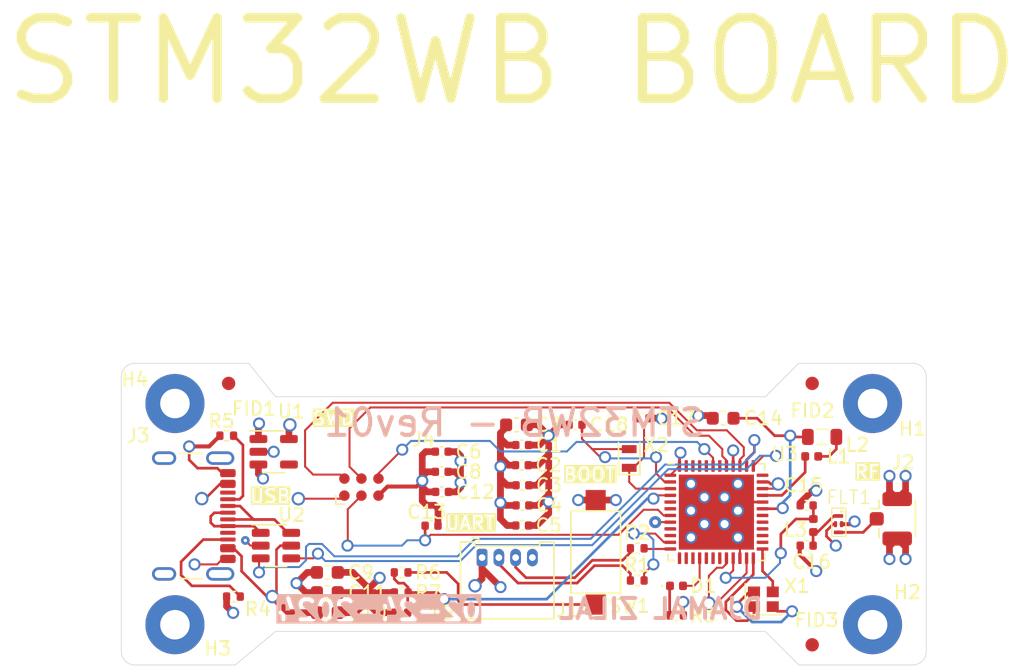
<source format=kicad_pcb>
(kicad_pcb (version 20221018) (generator pcbnew)
  (title_block (title "STM32WB BOARD") (date "2024-02-23") (rev "Rev01"))
  (layers (0 "F.Cu" signal) (1 "In1.Cu" power "In1.Cu (GND)") (2 "In2.Cu" power "In2.Cu (PWR)") (31 "B.Cu" signal) (34 "B.Paste" user) (35 "F.Paste" user) (36 "B.SilkS" user "B.Silkscreen") (37 "F.SilkS" user "F.Silkscreen") (38 "B.Mask" user) (39 "F.Mask" user) (44 "Edge.Cuts" user))
  (net 0 "")
  (net 1 "+3V3")
  (net 2 "GND")
  (net 3 "+5V")
  (net 4 "/SWD_NRST")
  (net 5 "/SMPS_FB")
  (net 6 "/RF")
  (net 7 "/RF_MATCH")
  (net 8 "/LSE_OUT")
  (net 9 "/LSE_IN")
  (net 10 "/BOOT")
  (net 11 "Net-(D1-K)")
  (net 12 "Net-(D1-A)")
  (net 13 "/RF_ANT")
  (net 14 "/UART_TXC")
  (net 15 "/UART_RXC")
  (net 16 "/USBC_CC1")
  (net 17 "/USBC_D+")
  (net 18 "/USBC_D-")
  (net 20 "/USBC_CC2")
  (net 22 "/SWD_DIO")
  (net 23 "/SWD_CLK")
  (net 24 "Net-(J4-SWO)")
  (net 25 "/SMPSLX")
  (net 26 "/SMPSLXL")
  (net 27 "/UART_TX")
  (net 28 "/UART_RX")
  (net 29 "Net-(R6-Pad1)")
  (net 31 "/USB_D+")
  (net 32 "/USB_D-")
  (net 43 "/HSE_OUT")
  (net 44 "/HSE_IN")
  (net 56 "Net-(X1-Pad2)")
  (footprint "Fiducial:Fiducial_1mm_Mask2mm" (layer "F.Cu") (at 170 49)
    (fp_text reference "FID2")
    (fp_text value "Fiducial")
  )
  (footprint "Crystal:Crystal_SMD_2016-4Pin_2.0x1.6mm" (layer "F.Cu") (at 166.36 65.1)
    (fp_text reference "X1")
    (fp_text value "32MHz")
  )
  (footprint "Capacitor_SMD:C_0402_1005Metric" (layer "F.Cu") (at 157.36 51.6)
    (fp_text reference "C17")
    (fp_text value "10p")
  )
  (footprint "Resistor_SMD:R_0402_1005Metric" (layer "F.Cu") (at 159.885 66.3 180)
    (fp_text reference "R3")
    (fp_text value "220R")
  )
  (footprint "Package_TO_SOT_SMD:SOT-23-6" (layer "F.Cu") (at 130.029607 61.1)
    (fp_text reference "U2")
    (fp_text value "USBLC6-2SC6")
  )
  (footprint "Capacitor_SMD:C_0402_1005Metric" (layer "F.Cu") (at 148.38 53.6)
    (fp_text reference "C1")
    (fp_text value "100n")
  )
  (footprint "Resistor_SMD:R_0402_1005Metric" (layer "F.Cu") (at 156.96 61.3)
    (fp_text reference "R2")
    (fp_text value "220R")
  )
  (footprint "MountingHole:MountingHole_2.2mm_M2_Pad" (layer "F.Cu") (at 122.5 67)
    (fp_text reference "H3")
    (fp_text value "MountingHole_Pad")
  )
  (footprint "Capacitor_SMD:C_0402_1005Metric" (layer "F.Cu") (at 169.5875 58.1 180)
    (fp_text reference "C15")
    (fp_text value "0p8")
  )
  (footprint "Resistor_SMD:R_0402_1005Metric" (layer "F.Cu") (at 139.37 64.6)
    (fp_text reference "R7")
    (fp_text value "5k1")
  )
  (footprint "Connector_USB:USB_C_Receptacle_GCT_USB4105-xx-A_16P_TopMnt_Horizontal" (layer "F.Cu") (at 122.767107 58.892893 -90)
    (fp_text reference "J3")
    (fp_text value "USB_C_Receptacle_USB2.0_16P")
  )
  (footprint "Capacitor_SMD:C_0402_1005Metric" (layer "F.Cu") (at 148.36 55.1)
    (fp_text reference "C2")
    (fp_text value "100n")
  )
  (footprint "MountingHole:MountingHole_2.2mm_M2_Pad" (layer "F.Cu") (at 122.5 50.5)
    (fp_text reference "H4")
    (fp_text value "MountingHole_Pad")
  )
  (footprint "Capacitor_SMD:C_0402_1005Metric" (layer "F.Cu") (at 169.5875 61.1 180)
    (fp_text reference "C16")
    (fp_text value "0p3")
  )
  (footprint "Inductor_SMD:L_0805_2012Metric" (layer "F.Cu") (at 170.737107 52.992893 180)
    (fp_text reference "L2")
    (fp_text value "10u")
  )
  (footprint "Capacitor_SMD:C_0603_1608Metric" (layer "F.Cu") (at 147.96 52.092893)
    (fp_text reference "C7")
    (fp_text value "4u7")
  )
  (footprint "Button_Switch_SMD:SW_SPST_CK_RS282G05A3" (layer "F.Cu") (at 153.86 61.6 90)
    (fp_text reference "SW1")
    (fp_text value "SW_Push")
  )
  (footprint "Fiducial:Fiducial_1mm_Mask2mm" (layer "F.Cu") (at 170 68.5)
    (fp_text reference "FID3")
    (fp_text value "Fiducial")
  )
  (footprint "Capacitor_SMD:C_0402_1005Metric" (layer "F.Cu") (at 148.4 58.1)
    (fp_text reference "C4")
    (fp_text value "100n")
  )
  (footprint "LED_SMD:LED_0402_1005Metric" (layer "F.Cu") (at 159.885 64.1)
    (fp_text reference "D1")
    (fp_text value "LED")
  )
  (footprint "Capacitor_SMD:C_0603_1608Metric" (layer "F.Cu") (at 133.86 63.1)
    (fp_text reference "C9")
    (fp_text value "4u7")
  )
  (footprint "Capacitor_SMD:C_0603_1608Metric" (layer "F.Cu") (at 163.36 51.6 180)
    (fp_text reference "C14")
    (fp_text value "4u7")
  )
  (footprint "Resistor_SMD:R_0402_1005Metric" (layer "F.Cu") (at 156.96 63.7)
    (fp_text reference "R1")
    (fp_text value "220R")
  )
  (footprint "Capacitor_SMD:C_0402_1005Metric" (layer "F.Cu") (at 142.387107 54.092893 180)
    (fp_text reference "C6")
    (fp_text value "100n")
  )
  (footprint "Resistor_SMD:R_0402_1005Metric" (layer "F.Cu") (at 126.86 64.9)
    (fp_text reference "R4")
    (fp_text value "5k1")
  )
  (footprint "Crystal:Crystal_SMD_2012-2Pin_2.0x1.2mm" (layer "F.Cu") (at 156.36 54.6 90)
    (fp_text reference "X2")
    (fp_text value "32kHz768")
  )
  (footprint "Capacitor_SMD:C_0402_1005Metric" (layer "F.Cu") (at 148.38 59.6)
    (fp_text reference "C5")
    (fp_text value "100n")
  )
  (footprint "Capacitor_SMD:C_0402_1005Metric" (layer "F.Cu") (at 142.387107 55.592893 180)
    (fp_text reference "C8")
    (fp_text value "100n")
  )
  (footprint "Inductor_SMD:L_0402_1005Metric" (layer "F.Cu") (at 170.0875 59.6 -90)
    (fp_text reference "L3")
    (fp_text value "2n7")
  )
  (footprint "Capacitor_SMD:C_0402_1005Metric" (layer "F.Cu") (at 152.36 52.085786 180)
    (fp_text reference "C18")
    (fp_text value "10p")
  )
  (footprint "Connector_Coaxial:U.FL_Hirose_U.FL-R-SMT-1_Vertical" (layer "F.Cu") (at 175.86 59.1)
    (fp_text reference "J2")
    (fp_text value "Conn_Coaxial")
  )
  (footprint "Package_TO_SOT_SMD:SOT-23-5" (layer "F.Cu") (at 129.86 54.1)
    (fp_text reference "U1")
    (fp_text value "MIC5365-3.3YD5")
  )
  (footprint "Package_DFN_QFN:QFN-48-1EP_7x7mm_P0.5mm_EP5.6x5.6mm" (layer "F.Cu") (at 162.86 58.6)
    (fp_text reference "U3")
    (fp_text value "STM32WB55CEUx")
  )
  (footprint "Capacitor_SMD:C_0402_1005Metric" (layer "F.Cu") (at 142.407107 57.092893 180)
    (fp_text reference "C12")
    (fp_text value "100n")
  )
  (footprint "Capacitor_SMD:C_0402_1005Metric" (layer "F.Cu") (at 141.627107 59.612893)
    (fp_text reference "C13")
    (fp_text value "100n")
  )
  (footprint "Capacitor_SMD:C_0603_1608Metric" (layer "F.Cu") (at 133.86 66.1)
    (fp_text reference "C10")
    (fp_text value "4u7")
  )
  (footprint "Inductor_SMD:L_0402_1005Metric" (layer "F.Cu") (at 169.962107 54.442893)
    (fp_text reference "L1")
    (fp_text value "10n")
  )
  (footprint "Resistor_SMD:R_0402_1005Metric" (layer "F.Cu") (at 139.36 63.1 180)
    (fp_text reference "R6")
    (fp_text value "220R")
  )
  (footprint "MountingHole:MountingHole_2.2mm_M2_Pad" (layer "F.Cu") (at 174.5 50.5)
    (fp_text reference "H1")
    (fp_text value "MountingHole_Pad")
  )
  (footprint "Capacitor_SMD:C_0402_1005Metric" (layer "F.Cu") (at 139.37 66.1 180)
    (fp_text reference "C19")
    (fp_text value "100n")
  )
  (footprint "STM32_Footprint:DLF162500LT-5028A1" (layer "F.Cu") (at 171.96 59.5 -90)
    (fp_text reference "FLT1")
    (fp_text value "DLF162500LT-5028A1")
  )
  (footprint "Connector:Tag-Connect_TC2030-IDC-FP_2x03_P1.27mm_Vertical" (layer "F.Cu") (at 136.4 56.735)
    (fp_text reference "J4")
    (fp_text value "Conn_ARM_SWD_TagConnect_TC2030")
  )
  (footprint "Capacitor_SMD:C_0603_1608Metric" (layer "F.Cu") (at 133.86 64.6)
    (fp_text reference "C11")
    (fp_text value "4u7")
  )
  (footprint "Connector_Molex:Molex_PicoBlade_53048-0410_1x04_P1.25mm_Horizontal" (layer "F.Cu") (at 145.392107 61.992893)
    (fp_text reference "J1")
    (fp_text value "Conn_01x04")
  )
  (footprint "Resistor_SMD:R_0402_1005Metric" (layer "F.Cu") (at 126.36 52.9)
    (fp_text reference "R5")
    (fp_text value "5k1")
  )
  (footprint "Capacitor_SMD:C_0402_1005Metric" (layer "F.Cu") (at 148.4 56.6)
    (fp_text reference "C3")
    (fp_text value "100n")
  )
  (footprint "Fiducial:Fiducial_1mm_Mask2mm" (layer "F.Cu") (at 126.5 49)
    (fp_text reference "FID1")
    (fp_text value "Fiducial")
  )
  (footprint "MountingHole:MountingHole_2.2mm_M2_Pad" (layer "F.Cu") (at 174.5 67)
    (fp_text reference "H2")
    (fp_text value "MountingHole_Pad")
  )
  (gr_line (start 169 70) (end 177.5 70) (stroke (width 0.05)) (layer "Edge.Cuts"))
  (gr_line (start 119.5 70) (end 127 70) (stroke (width 0.05)) (layer "Edge.Cuts"))
  (gr_line (start 118.5 48.5) (end 118.5 69) (stroke (width 0.05)) (layer "Edge.Cuts"))
  (gr_arc (start 178.5 69) (mid 178.207107 69.707106) (end 177.5 70) (stroke (width 0.05)) (layer "Edge.Cuts"))
  (gr_line (start 130 67.5) (end 166.5 67.5) (stroke (width 0.05)) (layer "Edge.Cuts"))
  (gr_line (start 127 70) (end 130 67.5) (stroke (width 0.05)) (layer "Edge.Cuts"))
  (gr_arc (start 118.5 48.5) (mid 118.792893 47.792894) (end 119.5 47.5) (stroke (width 0.05)) (layer "Edge.Cuts"))
  (gr_arc (start 119.5 70) (mid 118.792894 69.707107) (end 118.5 69) (stroke (width 0.05)) (layer "Edge.Cuts"))
  (gr_arc (start 177.5 47.5) (mid 178.207106 47.792893) (end 178.5 48.5) (stroke (width 0.05)) (layer "Edge.Cuts"))
  (gr_line (start 169 70) (end 166.5 67.5) (stroke (width 0.05)) (layer "Edge.Cuts"))
  (gr_line (start 169 47.5) (end 177.5 47.5) (stroke (width 0.05)) (layer "Edge.Cuts"))
  (gr_line (start 178.5 69) (end 178.5 48.5) (stroke (width 0.05)) (layer "Edge.Cuts"))
  (gr_line (start 166.5 50) (end 169 47.5) (stroke (width 0.05)) (layer "Edge.Cuts"))
  (gr_line (start 119.5 47.5) (end 128 47.5) (stroke (width 0.05)) (layer "Edge.Cuts"))
  (gr_line (start 128 47.5) (end 130 50) (stroke (width 0.05)) (layer "Edge.Cuts"))
  (gr_line (start 130 50) (end 166.5 50) (stroke (width 0.05)) (layer "Edge.Cuts"))
  (gr_text "02-24-2024" (at 145.5 66.8) (layer "B.SilkS" knockout) (effects (font (size 1.5 1.5) (thickness 0.3)) (justify left bottom mirror)))
  (gr_text "STM32WB - Rev01" (at 162.2 53.1) (layer "B.SilkS") (effects (font (size 2 2) (thickness 0.3)) (justify left bottom mirror)))
  (gr_text "DJAMAL ZILAL" (at 166.5 66.7) (layer "B.SilkS") (effects (font (size 1.5 1.5) (thickness 0.3)) (justify left bottom mirror)))
  (gr_text "UART" (at 142.567107 59.992893) (layer "F.SilkS" knockout) (effects (font (size 1 1)) (justify left bottom)))
  (gr_text "USB" (at 128 58) (layer "F.SilkS" knockout) (effects (font (size 1 1)) (justify left bottom)))
  (gr_text "BOOT" (at 151.367107 56.392893) (layer "F.SilkS" knockout) (effects (font (size 1 1)) (justify left bottom)))
  (gr_text "${TITLE}" (at 109.46 28.5) (layer "F.SilkS") (effects (font (size 6 6) (thickness 0.7)) (justify left bottom)))
  (gr_text "RF" (at 173.067107 56.192893) (layer "F.SilkS" knockout) (effects (font (size 1 1)) (justify left bottom)))
  (gr_text "SWD" (at 132.667107 52.192893) (layer "F.SilkS" knockout) (effects (font (size 1 1)) (justify left bottom)))
  (segment (start 153.86 57.7) (end 155.36 57.7) (width 0.5) (layer "F.Cu") (net 1))
  (segment (start 153.86 57.7) (end 152.56 57.7) (width 0.5) (layer "F.Cu") (net 1))
  (segment (start 160.182551 54.174987) (end 160.11 54.247538) (width 0.2) (layer "F.Cu") (net 1))
  (segment (start 143.387107 55.592893) (end 143.787107 55.992893) (width 0.5) (layer "F.Cu") (net 1))
  (segment (start 163.61 62.45403) (end 163.61 62.0375) (width 0.15) (layer "F.Cu") (net 1))
  (segment (start 146.76 54.5) (end 147.36 55.1) (width 0.5) (layer "F.Cu") (net 1))
  (segment (start 142.867107 55.592893) (end 143.387107 55.592893) (width 0.5) (layer "F.Cu") (net 1))
  (segment (start 134.9 57.6) (end 135.13 57.37) (width 0.15) (layer "F.Cu") (net 1))
  (segment (start 132.36 63.1) (end 131.56 63.9) (width 0.5) (layer "F.Cu") (net 1))
  (segment (start 146.76 55.185786) (end 146.76 52.9) (width 0.5) (layer "F.Cu") (net 1))
  (segment (start 166.9037 56.504314) (end 166.749386 56.35) (width 0.2) (layer "F.Cu") (net 1))
  (segment (start 162.8975 62.75) (end 163.31403 62.75) (width 0.15) (layer "F.Cu") (net 1))
  (segment (start 162.3 65.4) (end 162.86 65.4) (width 0.15) (layer "F.Cu") (net 1))
  (segment (start 146.76 52.7) (end 146.76 52.9) (width 0.5) (layer "F.Cu") (net 1))
  (segment (start 162.3 63.3475) (end 162.8975 62.75) (width 0.15) (layer "F.Cu") (net 1))
  (segment (start 147.26 53.6) (end 147.9 53.6) (width 0.5) (layer "F.Cu") (net 1))
  (segment (start 147.36 55.1) (end 147.88 55.1) (width 0.5) (layer "F.Cu") (net 1))
  (segment (start 146.76 56.1) (end 146.76 53.5) (width 0.5) (layer "F.Cu") (net 1))
  (segment (start 166.749386 56.35) (end 166.2975 56.35) (width 0.2) (layer "F.Cu") (net 1))
  (segment (start 142.867107 54.092893) (end 143.487107 54.092893) (width 0.5) (layer "F.Cu") (net 1))
  (segment (start 131.7 57.6) (end 134.9 57.6) (width 0.15) (layer "F.Cu") (net 1))
  (segment (start 142.887107 57.092893) (end 143.467107 57.092893) (width 0.5) (layer "F.Cu") (net 1))
  (segment (start 133.085 64.6) (end 132.26 64.6) (width 0.5) (layer "F.Cu") (net 1))
  (segment (start 146.767107 64.192893) (end 145.392107 62.817893) (width 0.5) (layer "F.Cu") (net 1))
  (segment (start 146.76 52.9) (end 146.76 53.5) (width 0.5) (layer "F.Cu") (net 1))
  (segment (start 167.118628 56.85) (end 167.464314 56.504314) (width 0.15) (layer "F.Cu") (net 1))
  (segment (start 146.76 53.1) (end 147.26 53.6) (width 0.5) (layer "F.Cu") (net 1))
  (segment (start 143.487107 54.092893) (end 143.787107 54.392893) (width 0.5) (layer "F.Cu") (net 1))
  (segment (start 131.067107 52.092893) (end 130.9975 52.1625) (width 0.5) (layer "F.Cu") (net 1))
  (segment (start 146.76 57.7) (end 146.76 52.9) (width 0.5) (layer "F.Cu") (net 1))
  (segment (start 147.185 52.275) (end 146.76 52.7) (width 0.5) (layer "F.Cu") (net 1))
  (segment (start 162.86 65.4) (end 165.11 63.15) (width 0.15) (layer "F.Cu") (net 1))
  (segment (start 133.085 63.1) (end 132.36 63.1) (width 0.5) (layer "F.Cu") (net 1))
  (segment (start 145.392107 63.567893) (end 145.392107 61.992893) (width 0.5) (layer "F.Cu") (net 1))
  (segment (start 165.11 63.15) (end 165.11 62.0375) (width 0.15) (layer "F.Cu") (net 1))
  (segment (start 160.11 54.247538) (end 160.11 55.1625) (width 0.2) (layer "F.Cu") (net 1))
  (segment (start 146.76 53.5) (end 146.76 54.5) (width 0.5) (layer "F.Cu") (net 1))
  (segment (start 147.92 58.1) (end 147.16 58.1) (width 0.5) (layer "F.Cu") (net 1))
  (segment (start 147.26 59.6) (end 146.76 59.1) (width 0.5) (layer "F.Cu") (net 1))
  (segment (start 146.76 57.9) (end 146.76 55.2) (width 0.5) (layer "F.Cu") (net 1))
  (segment (start 143.787107 54.392893) (end 143.787107 54.792893) (width 0.5) (layer "F.Cu") (net 1))
  (segment (start 130.9975 52.1625) (end 130.9975 53.15) (width 0.5) (layer "F.Cu") (net 1))
  (segment (start 132.26 64.6) (end 131.56 63.9) (width 0.5) (layer "F.Cu") (net 1))
  (segment (start 147.16 58.1) (end 146.76 57.7) (width 0.5) (layer "F.Cu") (net 1))
  (segment (start 167.464314 56.504314) (end 166.9037 56.504314) (width 0.2) (layer "F.Cu") (net 1))
  (segment (start 163.31403 62.75) (end 163.61 62.45403) (width 0.15) (layer "F.Cu") (net 1))
  (segment (start 146.76 52.9) (end 146.76 53.1) (width 0.5) (layer "F.Cu") (net 1))
  (segment (start 146.76 55.2) (end 146.767107 55.192893) (width 0.5) (layer "F.Cu") (net 1))
  (segment (start 143.787107 54.792893) (end 143.787107 55.992893) (width 0.5) (layer "F.Cu") (net 1))
  (segment (start 143.787107 56.772893) (end 143.787107 56.392893) (width 0.5) (layer "F.Cu") (net 1))
  (segment (start 147.26 56.6) (end 146.76 56.1) (width 0.5) (layer "F.Cu") (net 1))
  (segment (start 146.767107 55.192893) (end 146.76 55.185786) (width 0.5) (layer "F.Cu") (net 1))
  (segment (start 166.2975 56.85) (end 167.118628 56.85) (width 0.15) (layer "F.Cu") (net 1))
  (segment (start 159.4225 55.85) (end 160.11 55.1625) (width 0.15) (layer "F.Cu") (net 1))
  (segment (start 147.92 56.6) (end 147.26 56.6) (width 0.5) (layer "F.Cu") (net 1))
  (segment (start 145.392107 62.817893) (end 145.392107 61.992893) (width 0.5) (layer "F.Cu") (net 1))
  (segment (start 144.867107 64.092893) (end 145.392107 63.567893) (width 0.5) (layer "F.Cu") (net 1))
  (segment (start 164.11 54) (end 164.11 55.1625) (width 0.2) (layer "F.Cu") (net 1))
  (segment (start 147.9 59.6) (end 147.26 59.6) (width 0.5) (layer "F.Cu") (net 1))
  (segment (start 143.467107 57.092893) (end 143.787107 56.772893) (width 0.5) (layer "F.Cu") (net 1))
  (segment (start 146.76 59.1) (end 146.76 57.9) (width 0.5) (layer "F.Cu") (net 1))
  (segment (start 158.3 59.35) (end 159.4225 59.35) (width 0.15) (layer "F.Cu") (net 1))
  (segment (start 162.3 65.4) (end 162.3 63.3475) (width 0.15) (layer "F.Cu") (net 1))
  (segment (start 143.787107 55.992893) (end 143.787107 56.392893) (width 0.5) (layer "F.Cu") (net 1))
  (via (at 131.7 57.6) (size 1) (drill 0.7) (layers "F.Cu" "B.Cu") (net 1))
  (via (at 146.76 57.9) (size 0.9) (drill 0.6) (layers "F.Cu" "B.Cu") (net 1))
  (via (at 167.464314 56.504314) (size 1) (drill 0.7) (layers "F.Cu" "B.Cu") (net 1))
  (via (at 146.767107 64.192893) (size 0.9) (drill 0.6) (layers "F.Cu" "B.Cu") (net 1))
  (via (at 144.867107 64.092893) (size 1) (drill 0.7) (layers "F.Cu" "B.Cu") (net 1))
  (via (at 162.3 65.4) (size 1) (drill 0.7) (layers "F.Cu" "B.Cu") (net 1))
  (via (at 164.11 54) (size 0.9) (drill 0.6) (layers "F.Cu" "B.Cu") (net 1))
  (via (at 158.3 59.35) (size 0.9) (drill 0.4) (layers "F.Cu" "B.Cu") (net 1))
  (via (at 131.56 63.9) (size 0.9) (drill 0.6) (layers "F.Cu" "B.Cu") (net 1))
  (via (at 143.787107 54.792893) (size 0.9) (drill 0.6) (layers "F.Cu" "B.Cu") (net 1))
  (via (at 155.36 57.7) (size 0.9) (drill 0.6) (layers "F.Cu" "B.Cu") (net 1))
  (via (at 160.182551 54.174987) (size 0.9) (drill 0.6) (layers "F.Cu" "B.Cu") (net 1))
  (via (at 131.067107 52.092893) (size 1) (drill 0.7) (layers "F.Cu" "B.Cu") (net 1))
  (via (at 152.56 57.7) (size 0.9) (drill 0.6) (layers "F.Cu" "B.Cu") (net 1))
  (via (at 146.767107 55.192893) (size 0.9) (drill 0.6) (layers "F.Cu" "B.Cu") (net 1))
  (via (at 143.787107 56.392893) (size 0.9) (drill 0.6) (layers "F.Cu" "B.Cu") (net 1))
  (segment (start 141.287107 55.592893) (end 140.934214 55.945786) (width 0.5) (layer "F.Cu") (net 2))
  (segment (start 158.967107 51.592893) (end 157.856321 51.592893) (width 0.5) (layer "F.Cu") (net 2))
  (segment (start 128.132631 61.1) (end 128.27566 61.1) (width 0.15) (layer "F.Cu") (net 2))
  (segment (start 141.907107 55.592893) (end 141.287107 55.592893) (width 0.5) (layer "F.Cu") (net 2))
  (segment (start 125.665 55.325) (end 124.185 55.325) (width 0.2) (layer "F.Cu") (net 2))
  (segment (start 151.174214 52.085786) (end 150.36 52.9) (width 0.5) (layer "F.Cu") (net 2))
  (segment (start 140.507107 56.692893) (end 138.347107 56.692893) (width 0.3) (layer "F.Cu") (net 2))
  (segment (start 160.395 66.3) (end 160.395 65.31) (width 0.2) (layer "F.Cu") (net 2))
  (segment (start 160.395 65.31) (end 160.385 65.3) (width 0.2) (layer "F.Cu") (net 2))
  (segment (start 141.927107 57.092893) (end 141.301321 57.092893) (width 0.5) (layer "F.Cu") (net 2))
  (segment (start 127.636313 60.603683) (end 127.636313 60.603682) (width 0.15) (layer "F.Cu") (net 2))
  (segment (start 148.88 58.1) (end 149.56 58.1) (width 0.5) (layer "F.Cu") (net 2))
  (segment (start 141.187107 54.092893) (end 140.934214 54.345786) (width 0.5) (layer "F.Cu") (net 2))
  (segment (start 141.867107 58.092893) (end 141.267107 58.092893) (width 0.5) (layer "F.Cu") (net 2))
  (segment (start 126.04 55.7) (end 125.665 55.325) (width 0.2) (layer "F.Cu") (net 2))
  (segment (start 170.019234 57) (end 170.3 57) (width 0.5) (layer "F.Cu") (net 2))
  (segment (start 140.934214 55.945786) (end 140.934214 56.265786) (width 0.5) (layer "F.Cu") (net 2))
  (segment (start 136.76 65.3) (end 136.76 64.5) (width 0.5) (layer "F.Cu") (net 2))
  (segment (start 140.934214 57.76) (end 140.934214 56.265786) (width 0.5) (layer "F.Cu") (net 2))
  (segment (start 137.56 66.1) (end 136.76 65.3) (width 0.5) (layer "F.Cu") (net 2))
  (segment (start 142.107107 59.612893) (end 141.96 59.465786) (width 0.2) (layer "F.Cu") (net 2))
  (segment (start 140.934214 56.265786) (end 140.507107 56.692893) (width 0.3) (layer "F.Cu") (net 2))
  (segment (start 149.203933 62.029719) (end 149.167107 61.992893) (width 0.5) (layer "F.Cu") (net 2))
  (segment (start 162.385 51.4) (end 162.585 51.6) (width 0.5) (layer "F.Cu") (net 2))
  (segment (start 171.067107 60.407107) (end 171.76 61.1) (width 0.2) (layer "F.Cu") (net 2))
  (segment (start 125.85 52.9) (end 125.05 53.7) (width 0.3) (layer "F.Cu") (net 2))
  (segment (start 137.76 63.5) (end 136.76 64.5) (width 0.5) (layer "F.Cu") (net 2))
  (segment (start 136.86 64.6) (end 136.76 64.5) (width 0.2) (layer "F.Cu") (net 2))
  (segment (start 169.067107 61.767107) (end 169.067107 61.140393) (width 0.3) (layer "F.Cu") (net 2))
  (segment (start 124.185 55.325) (end 123.56 54.7) (width 0.2) (layer "F.Cu") (net 2))
  (segment (start 175.76 61.15) (end 175.76 62.1) (width 0.5) (layer "F.Cu") (net 2))
  (segment (start 136.76 64.5) (end 136.76 64.1) (width 0.5) (layer "F.Cu") (net 2))
  (segment (start 140.987107 56.318679) (end 140.934214 56.265786) (width 0.2) (layer "F.Cu") (net 2))
  (segment (start 176.96 61.2) (end 176.96 62.1) (width 0.5) (layer "F.Cu") (net 2))
  (segment (start 128.8225 54.1) (end 129.86 54.1) (width 0.2) (layer "F.Cu") (net 2))
  (segment (start 149.56 55.1) (end 150.36 54.3) (width 0.5) (layer "F.Cu") (net 2))
  (segment (start 169.1 58.07375) (end 169.1 57.919234) (width 0.5) (layer "F.Cu") (net 2))
  (segment (start 140.934214 56.725786) (end 140.934214 56.265786) (width 0.5) (layer "F.Cu") (net 2))
  (segment (start 176.335 60.575) (end 175.76 61.15) (width 0.5) (layer "F.Cu") (net 2))
  (segment (start 164.61 60.95) (end 164.36 60.7) (width 0.15) (layer "F.Cu") (net 2))
  (segment (start 127.746315 60.713685) (end 128.132631 61.1) (width 0.15) (layer "F.Cu") (net 2))
  (segment (start 138.89 66.1) (end 137.56 66.1) (width 0.5) (layer "F.Cu") (net 2))
  (segment (start 138.86 64.6) (end 136.86 64.6) (width 0.5) (layer "F.Cu") (net 2))
  (segment (start 138.347107 56.692893) (end 137.67 57.37) (width 0.3) (layer "F.Cu") (net 2))
  (segment (start 141.907107 54.092893) (end 141.187107 54.092893) (width 0.5) (layer "F.Cu") (net 2))
  (segment (start 175.76 57.05) (end 175.76 55.9) (width 0.5) (layer "F.Cu") (net 2))
  (segment (start 141.687107 54.092893) (end 141.907107 54.092893) (width 0.2) (layer "F.Cu") (net 2))
  (segment (start 134.635 66.1) (end 135.96 66.1) (width 0.5) (layer "F.Cu") (net 2))
  (segment (start 164.61 62.0375) (end 164.61 60.95) (width 0.15) (layer "F.Cu") (net 2))
  (segment (start 171.7325 59.5) (end 171.560604 59.5) (width 0.2) (layer "F.Cu") (net 2))
  (segment (start 125.64 62.5) (end 123.96 62.5) (width 0.15) (layer "F.Cu") (net 2))
  (segment (start 148.735 52.092893) (end 149.552893 52.092893) (width 0.5) (layer "F.Cu") (net 2))
  (segment (start 171.067107 59.993497) (end 171.067107 60.407107) (width 0.2) (layer "F.Cu") (net 2))
  (segment (start 141.301321 57.092893) (end 140.934214 56.725786) (width 0.5) (layer "F.Cu") (net 2))
  (segment (start 126.04 62.1) (end 125.64 62.5) (width 0.15) (layer "F.Cu") (net 2))
  (segment (start 135.96 66.1) (end 136.76 65.3) (width 0.5) (layer "F.Cu") (net 2))
  (segment (start 126.837107 66.112893) (end 126.35 65.625786) (width 0.5) (layer "F.Cu") (net 2))
  (segment (start 149.66 53.6) (end 150.36 52.9) (width 0.5) (layer "F.Cu") (net 2))
  (segment (start 150.36 54.3) (end 150.36 52.9) (width 0.5) (layer "F.Cu") (net 2))
  (segment (start 176.335 57.625) (end 175.76 57.05) (width 0.5) (layer "F.Cu") (net 2))
  (segment (start 150.36 58.7) (end 149.46 59.6) (width 0.5) (layer "F.Cu") (net 2))
  (segment (start 150.36 55.7) (end 150.36 54.3) (width 0.5) (layer "F.Cu") (net 2))
  (segment (start 142.107107 58.332893) (end 141.867107 58.092893) (width 0.5) (layer "F.Cu") (net 2))
  (segment (start 148.88 56.6) (end 149.46 56.6) (width 0.5) (layer "F.Cu") (net 2))
  (segment (start 148.86 53.6) (end 149.66 53.6) (width 0.5) (layer "F.Cu") (net 2))
  (segment (start 150.36 57.822893) (end 150.36 57.3) (width 0.5) (layer "F.Cu") (net 2))
  (segment (start 176.335 57.625) (end 176.96 57) (width 0.5) (layer "F.Cu") (net 2))
  (segment (start 150.36 57.822893) (end 150.36 58.7) (width 0.5) (layer "F.Cu") (net 2))
  (segment (start 149.552893 52.092893) (end 150.36 52.9) (width 0.5) (layer "F.Cu") (net 2))
  (segment (start 163.61 57.85) (end 162.86 58.6) (width 0.2) (layer "F.Cu") (net 2))
  (segment (start 176.96 57) (end 176.96 55.9) (width 0.5) (layer "F.Cu") (net 2))
  (segment (start 149.46 59.6) (end 148.86 59.6) (width 0.5) (layer "F.Cu") (net 2))
  (segment (start 148.84 55.1) (end 149.56 55.1) (width 0.5) (layer "F.Cu") (net 2))
  (segment (start 170.3 63) (end 169.067107 61.767107) (width 0.3) (layer "F.Cu") (net 2))
  (segment (start 149.46 56.6) (end 150.36 55.7) (width 0.5) (layer "F.Cu") (net 2))
  (segment (start 134.635 64.6) (end 136.86 64.6) (width 0.5) (layer "F.Cu") (net 2))
  (segment (start 127.746315 60.713685) (end 127.636313 60.603683) (width 0.15) (layer "F.Cu") (net 2))
  (segment (start 172.1875 59.5) (end 172.96 59.5) (width 0.3) (layer "F.Cu") (net 2))
  (segment (start 141.267107 58.092893) (end 140.934214 57.76) (width 0.5) (layer "F.Cu") (net 2))
  (segment (start 140.934214 54.345786) (end 140.934214 56.265786) (width 0.5) (layer "F.Cu") (net 2))
  (segment (start 142.107107 59.612893) (end 142.107107 58.332893) (width 0.5) (layer "F.Cu") (net 2))
  (segment (start 126.35 65.625786) (end 126.35 64.9) (width 0.5) (layer "F.Cu") (net 2))
  (segment (start 123.56 54.7) (end 123.56 53.7) (width 0.2) (layer "F.Cu") (net 2))
  (segment (start 176.335 60.575) (end 176.96 61.2) (width 0.5) (layer "F.Cu") (net 2))
  (segment (start 149.56 58.1) (end 150.36 57.3) (width 0.5) (layer "F.Cu") (net 2))
  (segment (start 151.88 52.085786) (end 151.174214 52.085786) (width 0.5) (layer "F.Cu") (net 2))
  (segment (start 140.987107 56.212893) (end 140.987107 56.152893) (width 0.2) (layer "F.Cu") (net 2))
  (segment (start 140.934214 56.265786) (end 140.987107 56.212893) (width 0.2) (layer "F.Cu") (net 2))
  (segment (start 150.36 57.3) (end 150.36 55.7) (width 0.5) (layer "F.Cu") (net 2))
  (segment (start 169.1 57.919234) (end 170.019234 57) (width 0.5) (layer "F.Cu") (net 2))
  (segment (start 171.560604 59.5) (end 171.067107 59.993497) (width 0.2) (layer "F.Cu") (net 2))
  (segment (start 136.76 64.1) (end 135.76 63.1) (width 0.5) (layer "F.Cu") (net 2))
  (segment (start 135.76 63.1) (end 134.635 63.1) (width 0.5) (layer "F.Cu") (net 2))
  (segment (start 172.96 59.5) (end 173.16 59.3) (width 0.3) (layer "F.Cu") (net 2))
  (segment (start 166.2975 57.85) (end 163.61 57.85) (width 0.2) (layer "F.Cu") (net 2))
  (segment (start 161.5 51.4) (end 162.385 51.4) (width 0.5) (layer "F.Cu") (net 2))
  (segment (start 125.05 53.7) (end 123.56 53.7) (width 0.3) (layer "F.Cu") (net 2))
  (via (at 176.96 55.9) (size 0.9) (drill 0.6) (layers "F.Cu" "B.Cu") (net 2))
  (via (at 175.76 55.9) (size 0.9) (drill 0.6) (layers "F.Cu" "B.Cu") (net 2))
  (via (at 164.467107 58.492893) (size 0.9) (drill 0.6) (layers "F.Cu" "B.Cu") (net 2))
  (via (at 140.934214 56.265786) (size 0.9) (drill 0.6) (layers "F.Cu" "B.Cu") (net 2))
  (via (at 163.467107 59.492893) (size 0.9) (drill 0.6) (layers "F.Cu" "B.Cu") (net 2))
  (via (at 127.746315 60.713685) (size 0.65) (drill 0.25) (layers "F.Cu" "B.Cu") (net 2))
  (via (at 176.96 62.1) (size 0.9) (drill 0.6) (layers "F.Cu" "B.Cu") (net 2))
  (via (at 150.36 57.822893) (size 0.9) (drill 0.6) (layers "F.Cu" "B.Cu") (net 2))
  (via (at 160.967107 60.492893) (size 0.9) (drill 0.6) (layers "F.Cu" "B.Cu") (net 2))
  (via (at 164.467107 60.492893) (size 0.9) (drill 0.6) (layers "F.Cu" "B.Cu") (net 2))
  (via (at 123.96 62.5) (size 0.9) (drill 0.6) (layers "F.Cu" "B.Cu") (net 2))
  (via (at 126.837107 66.112893) (size 0.9) (drill 0.6) (layers "F.Cu" "B.Cu") (net 2))
  (via (at 150.36 52.9) (size 0.9) (drill 0.6) (layers "F.Cu" "B.Cu") (net 2))
  (via (at 161.967107 59.492893) (size 0.9) (drill 0.6) (layers "F.Cu" "B.Cu") (net 2))
  (via (at 160.967107 56.492893) (size 0.9) (drill 0.6) (layers "F.Cu" "B.Cu") (net 2))
  (via (at 160.385 65.3) (size 0.9) (drill 0.6) (layers "F.Cu" "B.Cu") (net 2))
  (via (at 171.76 61.1) (size 0.9) (drill 0.6) (layers "F.Cu" "B.Cu") (net 2))
  (via (at 137.76 63.5) (size 0.9) (drill 0.6) (layers "F.Cu" "B.Cu") (net 2))
  (via (at 173.16 59.3) (size 0.9) (drill 0.6) (layers "F.Cu" "B.Cu") (net 2))
  (via (at 163.467107 57.492893) (size 0.9) (drill 0.6) (layers "F.Cu" "B.Cu") (net 2))
  (via (at 170.3 63) (size 0.9) (drill 0.6) (layers "F.Cu" "B.Cu") (net 2))
  (via (at 170.3 57) (size 0.9) (drill 0.6) (layers "F.Cu" "B.Cu") (net 2))
  (via (at 164.467107 56.492893) (size 0.9) (drill 0.6) (layers "F.Cu" "B.Cu") (net 2))
  (via (at 129.86 54.1) (size 0.9) (drill 0.6) (layers "F.Cu" "B.Cu") (net 2))
  (via (at 175.76 62.1) (size 0.9) (drill 0.6) (layers "F.Cu" "B.Cu") (net 2))
  (via (at 161.5 51.4) (size 0.9) (drill 0.6) (layers "F.Cu" "B.Cu") (net 2))
  (via (at 160.967107 58.492893) (size 0.9) (drill 0.6) (layers "F.Cu" "B.Cu") (net 2))
  (via (at 123.56 53.7) (size 0.9) (drill 0.6) (layers "F.Cu" "B.Cu") (net 2))
  (via (at 158.767107 51.617893) (size 0.9) (drill 0.6) (layers "F.Cu" "B.Cu") (net 2))
  (via (at 161.967107 57.492893) (size 0.9) (drill 0.6) (layers "F.Cu" "B.Cu") (net 2))
  (segment (start 129.067107 56.092893) (end 128.7225 55.748286) (width 0.5) (layer "F.Cu") (net 3))
  (segment (start 129.76 64.9) (end 129.36 64.9) (width 0.2) (layer "F.Cu") (net 3))
  (segment (start 130.067107 61.392893) (end 130.36 61.1) (width 0.19) (layer "F.Cu") (net 3))
  (segment (start 127.467107 63.007107) (end 127.467107 61.892893) (width 0.2) (layer "F.Cu") (net 3))
  (segment (start 129.76 64.9) (end 130.067107 64.592893) (width 0.19) (layer "F.Cu") (net 3))
  (segment (start 126.874214 61.3) (end 126.04 61.3) (width 0.2) (layer "F.Cu") (net 3))
  (segment (start 125.86 56.5) (end 126.04 56.5) (width 0.19) (layer "F.Cu") (net 3))
  (segment (start 130.96 66.1) (end 133.085 66.1) (width 0.5) (layer "F.Cu") (net 3))
  (segment (start 128.7225 55.748286) (end 128.7225 55.05) (width 0.5) (layer "F.Cu") (net 3))
  (segment (start 128.767107 51.992893) (end 128.7225 52.0375) (width 0.5) (layer "F.Cu") (net 3))
  (segment (start 128.7225 52.0375) (end 128.7225 53.15) (width 0.5) (layer "F.Cu") (net 3))
  (segment (start 124.5 57.592893) (end 124.767107 57.592893) (width 0.19) (layer "F.Cu") (net 3))
  (segment (start 127.467107 61.892893) (end 126.874214 61.3) (width 0.2) (layer "F.Cu") (net 3))
  (segment (start 130.067107 64.592893) (end 130.067107 61.392893) (width 0.19) (layer "F.Cu") (net 3))
  (segment (start 129.36 64.9) (end 127.467107 63.007107) (width 0.2) (layer "F.Cu") (net 3))
  (segment (start 130.36 61.1) (end 130.9975 61.1) (width 0.19) (layer "F.Cu") (net 3))
  (segment (start 124.767107 57.592893) (end 125.86 56.5) (width 0.19) (layer "F.Cu") (net 3))
  (segment (start 129.76 64.9) (end 130.96 66.1) (width 0.5) (layer "F.Cu") (net 3))
  (via (at 129.76 64.9) (size 1) (drill 0.7) (layers "F.Cu" "B.Cu") (net 3))
  (via (at 129.067107 56.092893) (size 0.9) (drill 0.6) (layers "F.Cu" "B.Cu") (net 3))
  (via (at 128.767107 51.992893) (size 0.9) (drill 0.6) (layers "F.Cu" "B.Cu") (net 3))
  (via (at 124.5 57.592893) (size 1) (drill 0.7) (layers "F.Cu" "B.Cu") (net 3))
  (segment (start 141.557107 60.292893) (end 141.147107 60.702893) (width 0.15) (layer "F.Cu") (net 4))
  (segment (start 158.499214 58.425) (end 157.435 58.425) (width 0.15) (layer "F.Cu") (net 4))
  (segment (start 135.38245 61.07755) (end 135.36 61.1) (width 0.15) (layer "F.Cu") (net 4))
  (segment (start 158.924214 58.85) (end 158.499214 58.425) (width 0.15) (layer "F.Cu") (net 4))
  (segment (start 135.38245 58.38755) (end 135.38245 61.07755) (width 0.15) (layer "F.Cu") (net 4))
  (segment (start 157.435 58.425) (end 155.567107 60.292893) (width 0.15) (layer "F.Cu") (net 4))
  (segment (start 155.567107 60.292893) (end 141.557107 60.292893) (width 0.15) (layer "F.Cu") (net 4))
  (segment (start 136.4 57.37) (end 135.38245 58.38755) (width 0.15) (layer "F.Cu") (net 4))
  (segment (start 141.147107 59.612893) (end 141.147107 60.702893) (width 0.2) (layer "F.Cu") (net 4))
  (segment (start 159.4225 58.85) (end 158.924214 58.85) (width 0.15) (layer "F.Cu") (net 4))
  (via (at 135.36 61.1) (size 0.9) (drill 0.6) (layers "F.Cu" "B.Cu") (net 4))
  (via (at 141.147107 60.702893) (size 0.9) (drill 0.6) (layers "F.Cu" "B.Cu") (net 4))
  (segment (start 139.819759 60.702893) (end 139.422652 61.1) (width 0.15) (layer "B.Cu") (net 4))
  (segment (start 141.147107 60.702893) (end 139.819759 60.702893) (width 0.15) (layer "B.Cu") (net 4))
  (segment (start 139.422652 61.1) (end 135.36 61.1) (width 0.15) (layer "B.Cu") (net 4))
  (segment (start 168.36 52.9) (end 167.2 52.9) (width 0.2) (layer "F.Cu") (net 5))
  (segment (start 168.452893 52.992893) (end 168.36 52.9) (width 0.2) (layer "F.Cu") (net 5))
  (segment (start 167.2 52.9) (end 165.9 51.6) (width 0.2) (layer "F.Cu") (net 5))
  (segment (start 167.75 58.35) (end 166.2975 58.35) (width 0.2) (layer "F.Cu") (net 5))
  (segment (start 167.8 58.3) (end 167.75 58.35) (width 0.2) (layer "F.Cu") (net 5))
  (segment (start 165.9 51.6) (end 164.135 51.6) (width 0.2) (layer "F.Cu") (net 5))
  (segment (start 169.674607 52.992893) (end 168.452893 52.992893) (width 0.2) (layer "F.Cu") (net 5))
  (segment (start 166.2975 58.35) (end 166.820096 58.35) (width 0.2) (layer "F.Cu") (net 5))
  (via (at 167.8 58.3) (size 0.9) (drill 0.6) (layers "F.Cu" "B.Cu") (net 5))
  (via (at 168.36 52.9) (size 0.9) (drill 0.6) (layers "F.Cu" "B.Cu") (net 5))
  (segment (start 167.8 58.3) (end 167.8 57.9) (width 0.2) (layer "B.Cu") (net 5))
  (segment (start 168.36 57.34) (end 168.36 52.9) (width 0.2) (layer "B.Cu") (net 5))
  (segment (start 167.8 57.9) (end 168.36 57.34) (width 0.2) (layer "B.Cu") (net 5))
  (segment (start 164.11 62.0375) (end 164.11 62.95) (width 0.15) (layer "F.Cu") (net 6))
  (segment (start 168.785 59.115) (end 170.0875 59.115) (width 0.2) (layer "F.Cu") (net 6))
  (segment (start 167.66 61.663952) (end 167.66 60.24) (width 0.2) (layer "F.Cu") (net 6))
  (segment (start 170.0875 58.12) (end 170.0675 58.1) (width 0.2) (layer "F.Cu") (net 6))
  (segment (start 164.11 62.95) (end 163.56 63.5) (width 0.15) (layer "F.Cu") (net 6))
  (segment (start 167.66 60.24) (end 168.785 59.115) (width 0.2) (layer "F.Cu") (net 6))
  (segment (start 170.0875 59.115) (end 170.0875 58.12) (width 0.2) (layer "F.Cu") (net 6))
  (via (at 167.66 61.663952) (size 0.9) (drill 0.6) (layers "F.Cu" "B.Cu") (net 6))
  (via (at 163.56 63.5) (size 0.9) (drill 0.6) (layers "F.Cu" "B.Cu") (net 6))
  (segment (start 167.6 61.723952) (end 167.6 62.4) (width 0.15) (layer "B.Cu") (net 6))
  (segment (start 167.6 62.4) (end 166.5 63.5) (width 0.15) (layer "B.Cu") (net 6))
  (segment (start 166.5 63.5) (end 163.56 63.5) (width 0.15) (layer "B.Cu") (net 6))
  (segment (start 167.66 61.663952) (end 167.6 61.723952) (width 0.15) (layer "B.Cu") (net 6))
  (segment (start 171.607418 58.8875) (end 170.409918 60.085) (width 0.2) (layer "F.Cu") (net 7))
  (segment (start 171.96 58.8875) (end 171.607418 58.8875) (width 0.2) (layer "F.Cu") (net 7))
  (segment (start 170.0675 60.105) (end 170.0875 60.085) (width 0.2) (layer "F.Cu") (net 7))
  (segment (start 170.409918 60.085) (end 170.0875 60.085) (width 0.2) (layer "F.Cu") (net 7))
  (segment (start 170.0675 61.1) (end 170.0675 60.105) (width 0.2) (layer "F.Cu") (net 7))
  (segment (start 156.85 56.85) (end 159.4225 56.85) (width 0.15) (layer "F.Cu") (net 8))
  (segment (start 156.66 55.3) (end 156.36 55.3) (width 0.15) (layer "F.Cu") (net 8))
  (segment (start 157.467107 54.492893) (end 156.66 55.3) (width 0.15) (layer "F.Cu") (net 8))
  (segment (start 156.36 55.3) (end 156.36 56.36) (width 0.15) (layer "F.Cu") (net 8))
  (segment (start 157.467107 52.187107) (end 157.467107 54.492893) (width 0.15) (layer "F.Cu") (net 8))
  (segment (start 156.36 56.36) (end 156.85 56.85) (width 0.15) (layer "F.Cu") (net 8))
  (segment (start 156.88 51.6) (end 157.467107 52.187107) (width 0.15) (layer "F.Cu") (net 8))
  (segment (start 154.567107 53.9) (end 153.6 53.9) (width 0.15) (layer "F.Cu") (net 9))
  (segment (start 152.84 52.085786) (end 152.84 52.58) (width 0.2) (layer "F.Cu") (net 9))
  (segment (start 154.567107 54.492893) (end 154.56 54.5) (width 0.15) (layer "F.Cu") (net 9))
  (segment (start 152.84 53.14) (end 152.84 52.58) (width 0.15) (layer "F.Cu") (net 9))
  (segment (start 154.2 54.5) (end 154.56 54.5) (width 0.15) (layer "F.Cu") (net 9))
  (segment (start 159.00597 56.35) (end 158.36 55.70403) (width 0.15) (layer "F.Cu") (net 9))
  (segment (start 159.4225 56.35) (end 159.00597 56.35) (width 0.15) (layer "F.Cu") (net 9))
  (segment (start 156.36 53.9) (end 154.567107 53.9) (width 0.15) (layer "F.Cu") (net 9))
  (segment (start 158.36 55.70403) (end 158.36 54.5) (width 0.15) (layer "F.Cu") (net 9))
  (segment (start 153.6 53.9) (end 154.2 54.5) (width 0.15) (layer "F.Cu") (net 9))
  (segment (start 153.6 53.9) (end 152.84 53.14) (width 0.15) (layer "F.Cu") (net 9))
  (via (at 154.56 54.5) (size 0.9) (drill 0.6) (layers "F.Cu" "B.Cu") (net 9))
  (via (at 158.36 54.5) (size 0.9) (drill 0.6) (layers "F.Cu" "B.Cu") (net 9))
  (segment (start 158.267107 54.592893) (end 154.652893 54.592893) (width 0.15) (layer "B.Cu") (net 9))
  (segment (start 158.36 54.5) (end 158.267107 54.592893) (width 0.15) (layer "B.Cu") (net 9))
  (segment (start 154.652893 54.592893) (end 154.56 54.5) (width 0.15) (layer "B.Cu") (net 9))
  (segment (start 158.41 57.35) (end 159.4225 57.35) (width 0.15) (layer "F.Cu") (net 10))
  (segment (start 138.85 63.1) (end 138.85 63.59) (width 0.2) (layer "F.Cu") (net 10))
  (segment (start 139.56 63.9) (end 139.88 64.22) (width 0.2) (layer "F.Cu") (net 10))
  (segment (start 139.16 63.9) (end 139.56 63.9) (width 0.2) (layer "F.Cu") (net 10))
  (segment (start 158.167107 57.592893) (end 158.41 57.35) (width 0.15) (layer "F.Cu") (net 10))
  (segment (start 138.85 63.59) (end 139.16 63.9) (width 0.2) (layer "F.Cu") (net 10))
  (segment (start 139.85 64.63) (end 139.88 64.6) (width 0.2) (layer "F.Cu") (net 10))
  (segment (start 142.074214 64.6) (end 139.88 64.6) (width 0.2) (layer "F.Cu") (net 10))
  (segment (start 139.88 64.22) (end 139.88 64.6) (width 0.2) (layer "F.Cu") (net 10))
  (segment (start 139.85 66.1) (end 139.85 64.63) (width 0.2) (layer "F.Cu") (net 10))
  (segment (start 142.567107 65.092893) (end 142.074214 64.6) (width 0.2) (layer "F.Cu") (net 10))
  (via (at 142.567107 65.092893) (size 0.9) (drill 0.6) (layers "F.Cu" "B.Cu") (net 10))
  (via (at 158.167107 57.592893) (size 0.9) (drill 0.6) (layers "F.Cu" "B.Cu") (net 10))
  (segment (start 150.207107 65.092893) (end 157.707107 57.592893) (width 0.2) (layer "B.Cu") (net 10))
  (segment (start 142.567107 65.092893) (end 150.207107 65.092893) (width 0.2) (layer "B.Cu") (net 10))
  (segment (start 157.707107 57.592893) (end 158.167107 57.592893) (width 0.2) (layer "B.Cu") (net 10))
  (segment (start 159.375 66.3) (end 159.375 64.125) (width 0.2) (layer "F.Cu") (net 11))
  (segment (start 159.375 64.125) (end 159.4 64.1) (width 0.2) (layer "F.Cu") (net 11))
  (segment (start 161.2 64.1) (end 161.61 63.69) (width 0.15) (layer "F.Cu") (net 12))
  (segment (start 160.37 64.1) (end 161.2 64.1) (width 0.15) (layer "F.Cu") (net 12))
  (segment (start 161.61 63.69) (end 161.61 62.0375) (width 0.15) (layer "F.Cu") (net 12))
  (segment (start 171.96 60.1125) (end 173.7975 60.1125) (width 0.2) (layer "F.Cu") (net 13))
  (segment (start 173.7975 60.1125) (end 174.81 59.1) (width 0.2) (layer "F.Cu") (net 13))
  (segment (start 155.852893 62.592893) (end 156.45 63.19) (width 0.2) (layer "F.Cu") (net 14))
  (segment (start 156.45 63.19) (end 156.45 63.7) (width 0.2) (layer "F.Cu") (net 14))
  (segment (start 153.772793 62.592893) (end 155.852893 62.592893) (width 0.2) (layer "F.Cu") (net 14))
  (segment (start 152.472793 63.892893) (end 153.772793 62.592893) (width 0.2) (layer "F.Cu") (net 14))
  (segment (start 148.067107 63.892893) (end 152.472793 63.892893) (width 0.2) (layer "F.Cu") (net 14))
  (segment (start 146.642107 62.467893) (end 148.067107 63.892893) (width 0.2) (layer "F.Cu") (net 14))
  (segment (start 146.642107 61.992893) (end 146.642107 62.467893) (width 0.2) (layer "F.Cu") (net 14))
  (segment (start 156.45 61.61) (end 156.45 61.3) (width 0.2) (layer "F.Cu") (net 15))
  (segment (start 148.667107 63.492893) (end 152.307107 63.492893) (width 0.2) (layer "F.Cu") (net 15))
  (segment (start 147.892107 62.717893) (end 148.667107 63.492893) (width 0.2) (layer "F.Cu") (net 15))
  (segment (start 153.607107 62.192893) (end 155.867107 62.192893) (width 0.2) (layer "F.Cu") (net 15))
  (segment (start 147.892107 61.992893) (end 147.892107 62.717893) (width 0.2) (layer "F.Cu") (net 15))
  (segment (start 155.867107 62.192893) (end 156.45 61.61) (width 0.2) (layer "F.Cu") (net 15))
  (segment (start 152.307107 63.492893) (end 153.607107 62.192893) (width 0.2) (layer "F.Cu") (net 15))
  (segment (start 126.04 57.65) (end 127.31 57.65) (width 0.2) (layer "F.Cu") (net 16))
  (segment (start 127.567107 53.597107) (end 126.87 52.9) (width 0.2) (layer "F.Cu") (net 16))
  (segment (start 127.567107 57.392893) (end 127.567107 53.597107) (width 0.2) (layer "F.Cu") (net 16))
  (segment (start 127.31 57.65) (end 127.567107 57.392893) (width 0.2) (layer "F.Cu") (net 16))
  (segment (start 125.43259 58.65) (end 125.165 58.91759) (width 0.2) (layer "F.Cu") (net 17))
  (segment (start 126.04 58.65) (end 125.43259 58.65) (width 0.2) (layer "F.Cu") (net 17))
  (segment (start 125.165 58.91759) (end 125.165 59.38241) (width 0.2) (layer "F.Cu") (net 17))
  (segment (start 125.165 59.38241) (end 125.43259 59.65) (width 0.2) (layer "F.Cu") (net 17))
  (segment (start 125.43259 59.65) (end 126.04 59.65) (width 0.2) (layer "F.Cu") (net 17))
  (segment (start 126.04 59.65) (end 128.392107 59.65) (width 0.2) (layer "F.Cu") (net 17))
  (segment (start 128.392107 59.65) (end 128.892107 60.15) (width 0.2) (layer "F.Cu") (net 17))
  (segment (start 127.35 58.15) (end 128.35 59.15) (width 0.2) (layer "F.Cu") (net 18))
  (segment (start 130.91 60.15) (end 131.167107 60.15) (width 0.2) (layer "F.Cu") (net 18))
  (segment (start 126.04 58.15) (end 127.35 58.15) (width 0.2) (layer "F.Cu") (net 18))
  (segment (start 128.35 59.15) (end 129.91 59.15) (width 0.2) (layer "F.Cu") (net 18))
  (segment (start 129.91 59.15) (end 130.91 60.15) (width 0.2) (layer "F.Cu") (net 18))
  (segment (start 126.04 59.15) (end 129.91 59.15) (width 0.2) (layer "F.Cu") (net 18))
  (segment (start 123.76 64.1) (end 126.57 64.1) (width 0.2) (layer "F.Cu") (net 20))
  (segment (start 124.61 60.65) (end 122.96 62.3) (width 0.2) (layer "F.Cu") (net 20))
  (segment (start 126.57 64.1) (end 127.37 64.9) (width 0.2) (layer "F.Cu") (net 20))
  (segment (start 122.96 63.3) (end 123.76 64.1) (width 0.2) (layer "F.Cu") (net 20))
  (segment (start 122.96 62.3) (end 122.96 63.3) (width 0.2) (layer "F.Cu") (net 20))
  (segment (start 126.04 60.65) (end 124.61 60.65) (width 0.2) (layer "F.Cu") (net 20))
  (segment (start 164.9 54.384701) (end 164.61 54.674701) (width 0.15) (layer "F.Cu") (net 22))
  (segment (start 161.4 52.5) (end 163.635305 52.5) (width 0.15) (layer "F.Cu") (net 22))
  (segment (start 134.257107 50.442893) (end 159.342893 50.442893) (width 0.15) (layer "F.Cu") (net 22))
  (segment (start 134.83 55.8) (end 132.8 55.8) (width 0.15) (layer "F.Cu") (net 22))
  (segment (start 132.2 55.2) (end 132.2 52.5) (width 0.15) (layer "F.Cu") (net 22))
  (segment (start 135.13 56.1) (end 134.83 55.8) (width 0.15) (layer "F.Cu") (net 22))
  (segment (start 164.61 54.674701) (end 164.61 55.1625) (width 0.15) (layer "F.Cu") (net 22))
  (segment (start 134.9347 55.9047) (end 135.13 56.1) (width 0.15) (layer "F.Cu") (net 22))
  (segment (start 164.9 53.764695) (end 164.9 54.384701) (width 0.15) (layer "F.Cu") (net 22))
  (segment (start 132.8 55.8) (end 132.2 55.2) (width 0.15) (layer "F.Cu") (net 22))
  (segment (start 159.342893 50.442893) (end 161.4 52.5) (width 0.15) (layer "F.Cu") (net 22))
  (segment (start 163.635305 52.5) (end 164.9 53.764695) (width 0.15) (layer "F.Cu") (net 22))
  (segment (start 132.2 52.5) (end 134.257107 50.442893) (width 0.15) (layer "F.Cu") (net 22))
  (segment (start 136.4 56.1) (end 135.51255 55.21255) (width 0.15) (layer "F.Cu") (net 23))
  (segment (start 135.51255 52.34745) (end 137.067107 50.792893) (width 0.15) (layer "F.Cu") (net 23))
  (segment (start 163.3 53.9) (end 163.3 54.430944) (width 0.15) (layer "F.Cu") (net 23))
  (segment (start 159.167107 50.792893) (end 161.274214 52.9) (width 0.15) (layer "F.Cu") (net 23))
  (segment (start 161.274214 52.9) (end 162.3 52.9) (width 0.15) (layer "F.Cu") (net 23))
  (segment (start 163.61 54.740944) (end 163.61 55.1625) (width 0.15) (layer "F.Cu") (net 23))
  (segment (start 137.067107 50.792893) (end 159.167107 50.792893) (width 0.15) (layer "F.Cu") (net 23))
  (segment (start 163.3 54.430944) (end 163.61 54.740944) (width 0.15) (layer "F.Cu") (net 23))
  (segment (start 135.51255 55.21255) (end 135.51255 52.34745) (width 0.15) (layer "F.Cu") (net 23))
  (segment (start 162.3 52.9) (end 163.3 53.9) (width 0.15) (layer "F.Cu") (net 23))
  (segment (start 137.67 55.71307) (end 137.67 56.1) (width 0.15) (layer "F.Cu") (net 24))
  (segment (start 162.61 54.55) (end 162.61 55.1625) (width 0.15) (layer "F.Cu") (net 24))
  (segment (start 161.96 53.9) (end 162.61 54.55) (width 0.15) (layer "F.Cu") (net 24))
  (segment (start 139.441535 53.941535) (end 137.67 55.71307) (width 0.15) (layer "F.Cu") (net 24))
  (via (at 139.441535 53.941535) (size 0.9) (drill 0.6) (layers "F.Cu" "B.Cu") (net 24))
  (via (at 161.96 53.9) (size 0.9) (drill 0.6) (layers "F.Cu" "B.Cu") (net 24))
  (segment (start 140.090177 53.292893) (end 145.977588 53.292893) (width 0.15) (layer "B.Cu") (net 24))
  (segment (start 161.427893 53.367893) (end 161.96 53.9) (width 0.15) (layer "B.Cu") (net 24))
  (segment (start 151.71533 54.075) (end 152.422437 53.367893) (width 0.15) (layer "B.Cu") (net 24))
  (segment (start 146.759695 54.075) (end 151.71533 54.075) (width 0.15) (layer "B.Cu") (net 24))
  (segment (start 145.977588 53.292893) (end 146.759695 54.075) (width 0.15) (layer "B.Cu") (net 24))
  (segment (start 139.441535 53.941535) (end 140.090177 53.292893) (width 0.15) (layer "B.Cu") (net 24))
  (segment (start 152.422437 53.367893) (end 161.427893 53.367893) (width 0.15) (layer "B.Cu") (net 24))
  (segment (start 169.477107 55.622893) (end 167.75 57.35) (width 0.2) (layer "F.Cu") (net 25))
  (segment (start 169.477107 54.442893) (end 169.477107 55.622893) (width 0.2) (layer "F.Cu") (net 25))
  (segment (start 167.75 57.35) (end 166.2975 57.35) (width 0.2) (layer "F.Cu") (net 25))
  (segment (start 171.257107 54.442893) (end 170.447107 54.442893) (width 0.2) (layer "F.Cu") (net 26))
  (segment (start 171.799607 53.900393) (end 171.257107 54.442893) (width 0.2) (layer "F.Cu") (net 26))
  (segment (start 171.799607 52.992893) (end 171.799607 53.900393) (width 0.2) (layer "F.Cu") (net 26))
  (segment (start 156.7 60.2) (end 158.3 60.2) (width 0.15) (layer "F.Cu") (net 27))
  (segment (start 157.47 63.7) (end 157.47 63.19) (width 0.15) (layer "F.Cu") (net 27))
  (segment (start 158.95 60.85) (end 159.4225 60.85) (width 0.15) (layer "F.Cu") (net 27))
  (segment (start 157.47 63.19) (end 158.16 62.5) (width 0.15) (layer "F.Cu") (net 27))
  (segment (start 158.3 60.2) (end 158.95 60.85) (width 0.15) (layer "F.Cu") (net 27))
  (via (at 156.7 60.2) (size 0.9) (drill 0.6) (layers "F.Cu" "B.Cu") (net 27))
  (via (at 158.16 62.5) (size 0.9) (drill 0.6) (layers "F.Cu" "B.Cu") (net 27))
  (segment (start 158.16 60.66) (end 158.16 62.5) (width 0.15) (layer "B.Cu") (net 27))
  (segment (start 156.7 60.2) (end 157.7 60.2) (width 0.15) (layer "B.Cu") (net 27))
  (segment (start 157.7 60.2) (end 158.16 60.66) (width 0.15) (layer "B.Cu") (net 27))
  (segment (start 157.52 61.35) (end 157.47 61.3) (width 0.15) (layer "F.Cu") (net 28))
  (segment (start 159.4225 61.35) (end 157.52 61.35) (width 0.15) (layer "F.Cu") (net 28))
  (segment (start 142.76 63.1) (end 139.87 63.1) (width 0.2) (layer "F.Cu") (net 29))
  (segment (start 143.61 65.210661) (end 143.61 63.95) (width 0.2) (layer "F.Cu") (net 29))
  (segment (start 143.892232 65.492893) (end 143.61 65.210661) (width 0.2) (layer "F.Cu") (net 29))
  (segment (start 153.86 65.5) (end 153.852893 65.492893) (width 0.2) (layer "F.Cu") (net 29))
  (segment (start 143.61 63.95) (end 142.76 63.1) (width 0.2) (layer "F.Cu") (net 29))
  (segment (start 153.852893 65.492893) (end 143.892232 65.492893) (width 0.2) (layer "F.Cu") (net 29))
  (segment (start 128.767107 63.092893) (end 128.767107 62.175) (width 0.15) (layer "F.Cu") (net 31))
  (segment (start 128.767107 63.092893) (end 128.7225 63.048286) (width 0.15) (layer "F.Cu") (net 31))
  (segment (start 165.689098 53.228036) (end 165.56 53.357134) (width 0.2) (layer "F.Cu") (net 31))
  (segment (start 128.767107 62.175) (end 128.892107 62.05) (width 0.15) (layer "F.Cu") (net 31))
  (segment (start 165.689098 54.125933) (end 165.689098 53.228036) (width 0.2) (layer "F.Cu") (net 31))
  (segment (start 165.11 54.705031) (end 165.689098 54.125933) (width 0.2) (layer "F.Cu") (net 31))
  (segment (start 165.11 55.1625) (end 165.11 54.705031) (width 0.2) (layer "F.Cu") (net 31))
  (via (at 128.767107 63.092893) (size 0.9) (drill 0.6) (layers "F.Cu" "B.Cu") (net 31))
  (via (at 165.689098 53.228036) (size 0.9) (drill 0.6) (layers "F.Cu" "B.Cu") (net 31))
  (segment (start 131.76 62.7) (end 129.16 62.7) (width 0.15) (layer "B.Cu") (net 31))
  (segment (start 144.874214 60.592893) (end 143.567107 61.9) (width 0.15) (layer "B.Cu") (net 31))
  (segment (start 153.492412 60.592893) (end 144.874214 60.592893) (width 0.15) (layer "B.Cu") (net 31))
  (segment (start 159.035305 55.05) (end 153.492412 60.592893) (width 0.15) (layer "B.Cu") (net 31))
  (segment (start 134.385305 61.9) (end 133.460305 60.975) (width 0.15) (layer "B.Cu") (net 31))
  (segment (start 133.460305 60.975) (end 132.485 60.975) (width 0.15) (layer "B.Cu") (net 31))
  (segment (start 165.689098 54.150739) (end 164.789837 55.05) (width 0.15) (layer "B.Cu") (net 31))
  (segment (start 164.789837 55.05) (end 159.035305 55.05) (width 0.15) (layer "B.Cu") (net 31))
  (segment (start 165.689098 53.228036) (end 165.689098 54.150739) (width 0.15) (layer "B.Cu") (net 31))
  (segment (start 132.267107 61.192893) (end 132.267107 62.192893) (width 0.15) (layer "B.Cu") (net 31))
  (segment (start 132.485 60.975) (end 132.267107 61.192893) (width 0.15) (layer "B.Cu") (net 31))
  (segment (start 143.567107 61.9) (end 134.385305 61.9) (width 0.15) (layer "B.Cu") (net 31))
  (segment (start 129.16 62.7) (end 128.767107 63.092893) (width 0.15) (layer "B.Cu") (net 31))
  (segment (start 132.267107 62.192893) (end 131.76 62.7) (width 0.15) (layer "B.Cu") (net 31))
  (segment (start 132.81 62.05) (end 131.167107 62.05) (width 0.15) (layer "F.Cu") (net 32))
  (segment (start 167.3 54.4) (end 166.3725 54.4) (width 0.15) (layer "F.Cu") (net 32))
  (segment (start 133.16 61.7) (end 132.81 62.05) (width 0.15) (layer "F.Cu") (net 32))
  (segment (start 166.3725 54.4) (end 165.61 55.1625) (width 0.15) (layer "F.Cu") (net 32))
  (via (at 133.16 61.7) (size 0.9) (drill 0.6) (layers "F.Cu" "B.Cu") (net 32))
  (via (at 167.3 54.4) (size 0.9) (drill 0.6) (layers "F.Cu" "B.Cu") (net 32))
  (segment (start 143.767107 62.25) (end 133.71 62.25) (width 0.15) (layer "B.Cu") (net 32))
  (segment (start 159.267107 55.4) (end 153.599214 61.067893) (width 0.15) (layer "B.Cu") (net 32))
  (segment (start 166.1 54.4) (end 165.1 55.4) (width 0.15) (layer "B.Cu") (net 32))
  (segment (start 167.3 54.4) (end 166.1 54.4) (width 0.15) (layer "B.Cu") (net 32))
  (segment (start 133.71 62.25) (end 133.16 61.7) (width 0.15) (layer "B.Cu") (net 32))
  (segment (start 165.1 55.4) (end 159.267107 55.4) (width 0.15) (layer "B.Cu") (net 32))
  (segment (start 144.949214 61.067893) (end 143.767107 62.25) (width 0.15) (layer "B.Cu") (net 32))
  (segment (start 153.599214 61.067893) (end 144.949214 61.067893) (width 0.15) (layer "B.Cu") (net 32))
  (segment (start 165.66 65.65) (end 165.66 66.2) (width 0.2) (layer "F.Cu") (net 43))
  (segment (start 165.66 66.2) (end 165.16 66.7) (width 0.2) (layer "F.Cu") (net 43))
  (segment (start 165.16 66.7) (end 164.36 66.7) (width 0.2) (layer "F.Cu") (net 43))
  (segment (start 163.56 65.3) (end 165.61 63.25) (width 0.2) (layer "F.Cu") (net 43))
  (segment (start 163.56 65.9) (end 163.56 65.3) (width 0.2) (layer "F.Cu") (net 43))
  (segment (start 164.36 66.7) (end 163.56 65.9) (width 0.2) (layer "F.Cu") (net 43))
  (segment (start 165.61 63.25) (end 165.61 62.0375) (width 0.2) (layer "F.Cu") (net 43))
  (segment (start 166.2975 62.9975) (end 166.2975 61.35) (width 0.2) (layer "F.Cu") (net 44))
  (segment (start 167.06 63.76) (end 166.2975 62.9975) (width 0.2) (layer "F.Cu") (net 44))
  (segment (start 167.06 64.55) (end 167.06 63.76) (width 0.2) (layer "F.Cu") (net 44))
  (segment (start 164.390331 65.469669) (end 165.31 64.55) (width 0.2) (layer "F.Cu") (net 56))
  (segment (start 168.5 66) (end 167.41 66) (width 0.2) (layer "F.Cu") (net 56))
  (segment (start 165.31 64.55) (end 165.66 64.55) (width 0.2) (layer "F.Cu") (net 56))
  (segment (start 167.41 66) (end 167.06 65.65) (width 0.2) (layer "F.Cu") (net 56))
  (segment (start 164.390331 65.669669) (end 164.390331 65.469669) (width 0.2) (layer "F.Cu") (net 56))
  (via (at 168.5 66) (size 0.9) (drill 0.6) (layers "F.Cu" "B.Cu") (net 56))
  (via (at 164.390331 65.669669) (size 0.9) (drill 0.6) (layers "F.Cu" "B.Cu") (net 56))
  (segment (start 165.520662 66.8) (end 164.390331 65.669669) (width 0.2) (layer "B.Cu") (net 56))
  (segment (start 168.5 66) (end 167.7 66.8) (width 0.2) (layer "B.Cu") (net 56))
  (segment (start 167.7 66.8) (end 165.520662 66.8) (width 0.2) (layer "B.Cu") (net 56))
)
</source>
